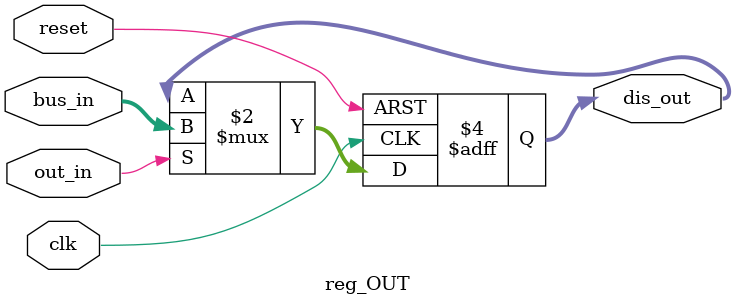
<source format=v>
module reg_OUT(
  input clk,
  input reset,
  input out_in,
  input [7:0] bus_in,
  output reg [7:0] dis_out
);
  always @(negedge clk or posedge reset) begin
    if (reset)
      dis_out <= 8'd0;
    else if (out_in)
      dis_out <= bus_in;
  end
endmodule

</source>
